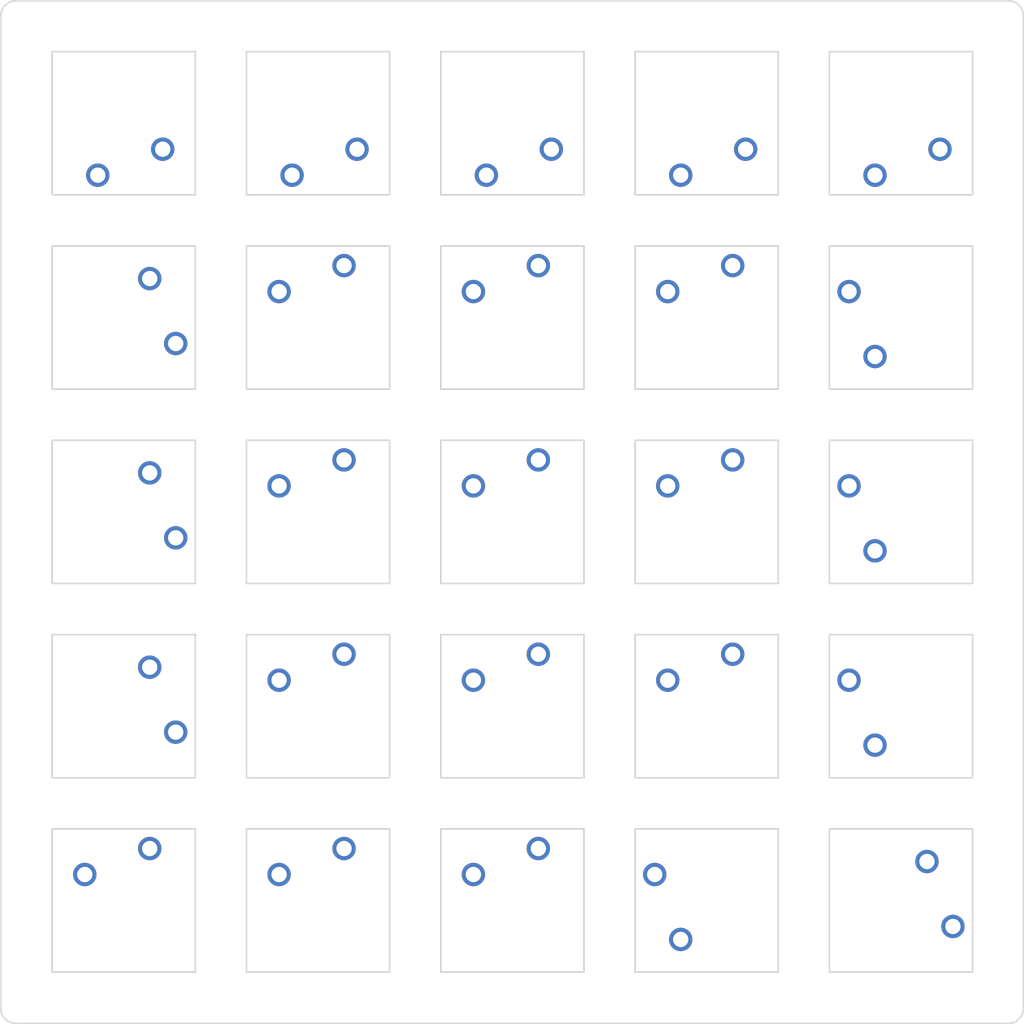
<source format=kicad_pcb>
(kicad_pcb (version 20171130) (host pcbnew 5.1.6)
  (title_block (title ortho-top-plate) (rev v1.0.0) (company Unknown))
  (layers (0 F.Cu signal) (31 B.Cu signal) (34 B.Paste user) (35 F.Paste user) (36 B.SilkS user) (37 F.SilkS user) (38 B.Mask user) (39 F.Mask user) (44 Edge.Cuts user))
  (net 0 "")
  (net 1 "GND")
  (net 2 "m_c1_r1")
  (net 3 "m_c1_r2")
  (net 4 "m_c1_r3")
  (net 5 "m_c1_r4")
  (net 6 "m_c1_r5")
  (net 7 "m_c2_r1")
  (net 8 "m_c2_r2")
  (net 9 "m_c2_r3")
  (net 10 "m_c2_r4")
  (net 11 "m_c2_r5")
  (net 12 "m_c3_r1")
  (net 13 "m_c3_r2")
  (net 14 "m_c3_r3")
  (net 15 "m_c3_r4")
  (net 16 "m_c3_r5")
  (net 17 "m_c4_r1")
  (net 18 "m_c4_r2")
  (net 19 "m_c4_r3")
  (net 20 "m_c4_r4")
  (net 21 "m_c4_r5")
  (net 22 "m_c5_r1")
  (net 23 "m_c5_r2")
  (net 24 "m_c5_r3")
  (net 25 "m_c5_r4")
  (net 26 "m_c5_r5")
  (module MX (layer F.Cu) (at 12.025 -12.025 0)
    (fp_text reference "S1" hide)
    (fp_text value "" hide)
    (pad "" np_thru_hole circle (at 0 0) (size 3.9878 3.9878) (drill 3.9878) (layers *.Cu *.Mask))
    (pad "" np_thru_hole circle (at 5.08 0) (size 1.7018 1.7018) (drill 1.7018) (layers *.Cu *.Mask))
    (pad "" np_thru_hole circle (at -5.08 0) (size 1.7018 1.7018) (drill 1.7018) (layers *.Cu *.Mask))
    (pad 1 thru_hole circle (at 2.54 -5.08) (size 2.286 2.286) (drill 1.4986) (layers *.Cu *.Mask) (net 1 "GND"))
    (pad 2 thru_hole circle (at -3.81 -2.54) (size 2.286 2.286) (drill 1.4986) (layers *.Cu *.Mask) (net 2 "m_c1_r1"))
  )
  (module MX (layer F.Cu) (at 12.025 -31.025 -90)
    (fp_text reference "S2" hide)
    (fp_text value "" hide)
    (pad "" np_thru_hole circle (at 0 0) (size 3.9878 3.9878) (drill 3.9878) (layers *.Cu *.Mask))
    (pad "" np_thru_hole circle (at 5.08 0) (size 1.7018 1.7018) (drill 1.7018) (layers *.Cu *.Mask))
    (pad "" np_thru_hole circle (at -5.08 0) (size 1.7018 1.7018) (drill 1.7018) (layers *.Cu *.Mask))
    (pad 1 thru_hole circle (at 2.54 -5.08) (size 2.286 2.286) (drill 1.4986) (layers *.Cu *.Mask) (net 1 "GND"))
    (pad 2 thru_hole circle (at -3.81 -2.54) (size 2.286 2.286) (drill 1.4986) (layers *.Cu *.Mask) (net 3 "m_c1_r2"))
  )
  (module MX (layer F.Cu) (at 12.025 -50.025 -90)
    (fp_text reference "S3" hide)
    (fp_text value "" hide)
    (pad "" np_thru_hole circle (at 0 0) (size 3.9878 3.9878) (drill 3.9878) (layers *.Cu *.Mask))
    (pad "" np_thru_hole circle (at 5.08 0) (size 1.7018 1.7018) (drill 1.7018) (layers *.Cu *.Mask))
    (pad "" np_thru_hole circle (at -5.08 0) (size 1.7018 1.7018) (drill 1.7018) (layers *.Cu *.Mask))
    (pad 1 thru_hole circle (at 2.54 -5.08) (size 2.286 2.286) (drill 1.4986) (layers *.Cu *.Mask) (net 1 "GND"))
    (pad 2 thru_hole circle (at -3.81 -2.54) (size 2.286 2.286) (drill 1.4986) (layers *.Cu *.Mask) (net 4 "m_c1_r3"))
  )
  (module MX (layer F.Cu) (at 12.025 -69.025 -90)
    (fp_text reference "S4" hide)
    (fp_text value "" hide)
    (pad "" np_thru_hole circle (at 0 0) (size 3.9878 3.9878) (drill 3.9878) (layers *.Cu *.Mask))
    (pad "" np_thru_hole circle (at 5.08 0) (size 1.7018 1.7018) (drill 1.7018) (layers *.Cu *.Mask))
    (pad "" np_thru_hole circle (at -5.08 0) (size 1.7018 1.7018) (drill 1.7018) (layers *.Cu *.Mask))
    (pad 1 thru_hole circle (at 2.54 -5.08) (size 2.286 2.286) (drill 1.4986) (layers *.Cu *.Mask) (net 1 "GND"))
    (pad 2 thru_hole circle (at -3.81 -2.54) (size 2.286 2.286) (drill 1.4986) (layers *.Cu *.Mask) (net 5 "m_c1_r4"))
  )
  (module MX (layer F.Cu) (at 12.025 -88.025 180)
    (fp_text reference "S5" hide)
    (fp_text value "" hide)
    (pad "" np_thru_hole circle (at 0 0) (size 3.9878 3.9878) (drill 3.9878) (layers *.Cu *.Mask))
    (pad "" np_thru_hole circle (at 5.08 0) (size 1.7018 1.7018) (drill 1.7018) (layers *.Cu *.Mask))
    (pad "" np_thru_hole circle (at -5.08 0) (size 1.7018 1.7018) (drill 1.7018) (layers *.Cu *.Mask))
    (pad 1 thru_hole circle (at 2.54 -5.08) (size 2.286 2.286) (drill 1.4986) (layers *.Cu *.Mask) (net 1 "GND"))
    (pad 2 thru_hole circle (at -3.81 -2.54) (size 2.286 2.286) (drill 1.4986) (layers *.Cu *.Mask) (net 6 "m_c1_r5"))
  )
  (module MX (layer F.Cu) (at 31.025 -12.025 0)
    (fp_text reference "S6" hide)
    (fp_text value "" hide)
    (pad "" np_thru_hole circle (at 0 0) (size 3.9878 3.9878) (drill 3.9878) (layers *.Cu *.Mask))
    (pad "" np_thru_hole circle (at 5.08 0) (size 1.7018 1.7018) (drill 1.7018) (layers *.Cu *.Mask))
    (pad "" np_thru_hole circle (at -5.08 0) (size 1.7018 1.7018) (drill 1.7018) (layers *.Cu *.Mask))
    (pad 1 thru_hole circle (at 2.54 -5.08) (size 2.286 2.286) (drill 1.4986) (layers *.Cu *.Mask) (net 1 "GND"))
    (pad 2 thru_hole circle (at -3.81 -2.54) (size 2.286 2.286) (drill 1.4986) (layers *.Cu *.Mask) (net 7 "m_c2_r1"))
  )
  (module MX (layer F.Cu) (at 31.025 -31.025 0)
    (fp_text reference "S7" hide)
    (fp_text value "" hide)
    (pad "" np_thru_hole circle (at 0 0) (size 3.9878 3.9878) (drill 3.9878) (layers *.Cu *.Mask))
    (pad "" np_thru_hole circle (at 5.08 0) (size 1.7018 1.7018) (drill 1.7018) (layers *.Cu *.Mask))
    (pad "" np_thru_hole circle (at -5.08 0) (size 1.7018 1.7018) (drill 1.7018) (layers *.Cu *.Mask))
    (pad 1 thru_hole circle (at 2.54 -5.08) (size 2.286 2.286) (drill 1.4986) (layers *.Cu *.Mask) (net 1 "GND"))
    (pad 2 thru_hole circle (at -3.81 -2.54) (size 2.286 2.286) (drill 1.4986) (layers *.Cu *.Mask) (net 8 "m_c2_r2"))
  )
  (module MX (layer F.Cu) (at 31.025 -50.025 0)
    (fp_text reference "S8" hide)
    (fp_text value "" hide)
    (pad "" np_thru_hole circle (at 0 0) (size 3.9878 3.9878) (drill 3.9878) (layers *.Cu *.Mask))
    (pad "" np_thru_hole circle (at 5.08 0) (size 1.7018 1.7018) (drill 1.7018) (layers *.Cu *.Mask))
    (pad "" np_thru_hole circle (at -5.08 0) (size 1.7018 1.7018) (drill 1.7018) (layers *.Cu *.Mask))
    (pad 1 thru_hole circle (at 2.54 -5.08) (size 2.286 2.286) (drill 1.4986) (layers *.Cu *.Mask) (net 1 "GND"))
    (pad 2 thru_hole circle (at -3.81 -2.54) (size 2.286 2.286) (drill 1.4986) (layers *.Cu *.Mask) (net 9 "m_c2_r3"))
  )
  (module MX (layer F.Cu) (at 31.025 -69.025 0)
    (fp_text reference "S9" hide)
    (fp_text value "" hide)
    (pad "" np_thru_hole circle (at 0 0) (size 3.9878 3.9878) (drill 3.9878) (layers *.Cu *.Mask))
    (pad "" np_thru_hole circle (at 5.08 0) (size 1.7018 1.7018) (drill 1.7018) (layers *.Cu *.Mask))
    (pad "" np_thru_hole circle (at -5.08 0) (size 1.7018 1.7018) (drill 1.7018) (layers *.Cu *.Mask))
    (pad 1 thru_hole circle (at 2.54 -5.08) (size 2.286 2.286) (drill 1.4986) (layers *.Cu *.Mask) (net 1 "GND"))
    (pad 2 thru_hole circle (at -3.81 -2.54) (size 2.286 2.286) (drill 1.4986) (layers *.Cu *.Mask) (net 10 "m_c2_r4"))
  )
  (module MX (layer F.Cu) (at 31.025 -88.025 180)
    (fp_text reference "S10" hide)
    (fp_text value "" hide)
    (pad "" np_thru_hole circle (at 0 0) (size 3.9878 3.9878) (drill 3.9878) (layers *.Cu *.Mask))
    (pad "" np_thru_hole circle (at 5.08 0) (size 1.7018 1.7018) (drill 1.7018) (layers *.Cu *.Mask))
    (pad "" np_thru_hole circle (at -5.08 0) (size 1.7018 1.7018) (drill 1.7018) (layers *.Cu *.Mask))
    (pad 1 thru_hole circle (at 2.54 -5.08) (size 2.286 2.286) (drill 1.4986) (layers *.Cu *.Mask) (net 1 "GND"))
    (pad 2 thru_hole circle (at -3.81 -2.54) (size 2.286 2.286) (drill 1.4986) (layers *.Cu *.Mask) (net 11 "m_c2_r5"))
  )
  (module MX (layer F.Cu) (at 50.025 -12.025 0)
    (fp_text reference "S11" hide)
    (fp_text value "" hide)
    (pad "" np_thru_hole circle (at 0 0) (size 3.9878 3.9878) (drill 3.9878) (layers *.Cu *.Mask))
    (pad "" np_thru_hole circle (at 5.08 0) (size 1.7018 1.7018) (drill 1.7018) (layers *.Cu *.Mask))
    (pad "" np_thru_hole circle (at -5.08 0) (size 1.7018 1.7018) (drill 1.7018) (layers *.Cu *.Mask))
    (pad 1 thru_hole circle (at 2.54 -5.08) (size 2.286 2.286) (drill 1.4986) (layers *.Cu *.Mask) (net 1 "GND"))
    (pad 2 thru_hole circle (at -3.81 -2.54) (size 2.286 2.286) (drill 1.4986) (layers *.Cu *.Mask) (net 12 "m_c3_r1"))
  )
  (module MX (layer F.Cu) (at 50.025 -31.025 0)
    (fp_text reference "S12" hide)
    (fp_text value "" hide)
    (pad "" np_thru_hole circle (at 0 0) (size 3.9878 3.9878) (drill 3.9878) (layers *.Cu *.Mask))
    (pad "" np_thru_hole circle (at 5.08 0) (size 1.7018 1.7018) (drill 1.7018) (layers *.Cu *.Mask))
    (pad "" np_thru_hole circle (at -5.08 0) (size 1.7018 1.7018) (drill 1.7018) (layers *.Cu *.Mask))
    (pad 1 thru_hole circle (at 2.54 -5.08) (size 2.286 2.286) (drill 1.4986) (layers *.Cu *.Mask) (net 1 "GND"))
    (pad 2 thru_hole circle (at -3.81 -2.54) (size 2.286 2.286) (drill 1.4986) (layers *.Cu *.Mask) (net 13 "m_c3_r2"))
  )
  (module MX (layer F.Cu) (at 50.025 -50.025 0)
    (fp_text reference "S13" hide)
    (fp_text value "" hide)
    (pad "" np_thru_hole circle (at 0 0) (size 3.9878 3.9878) (drill 3.9878) (layers *.Cu *.Mask))
    (pad "" np_thru_hole circle (at 5.08 0) (size 1.7018 1.7018) (drill 1.7018) (layers *.Cu *.Mask))
    (pad "" np_thru_hole circle (at -5.08 0) (size 1.7018 1.7018) (drill 1.7018) (layers *.Cu *.Mask))
    (pad 1 thru_hole circle (at 2.54 -5.08) (size 2.286 2.286) (drill 1.4986) (layers *.Cu *.Mask) (net 1 "GND"))
    (pad 2 thru_hole circle (at -3.81 -2.54) (size 2.286 2.286) (drill 1.4986) (layers *.Cu *.Mask) (net 14 "m_c3_r3"))
  )
  (module MX (layer F.Cu) (at 50.025 -69.025 0)
    (fp_text reference "S14" hide)
    (fp_text value "" hide)
    (pad "" np_thru_hole circle (at 0 0) (size 3.9878 3.9878) (drill 3.9878) (layers *.Cu *.Mask))
    (pad "" np_thru_hole circle (at 5.08 0) (size 1.7018 1.7018) (drill 1.7018) (layers *.Cu *.Mask))
    (pad "" np_thru_hole circle (at -5.08 0) (size 1.7018 1.7018) (drill 1.7018) (layers *.Cu *.Mask))
    (pad 1 thru_hole circle (at 2.54 -5.08) (size 2.286 2.286) (drill 1.4986) (layers *.Cu *.Mask) (net 1 "GND"))
    (pad 2 thru_hole circle (at -3.81 -2.54) (size 2.286 2.286) (drill 1.4986) (layers *.Cu *.Mask) (net 15 "m_c3_r4"))
  )
  (module MX (layer F.Cu) (at 50.025 -88.025 180)
    (fp_text reference "S15" hide)
    (fp_text value "" hide)
    (pad "" np_thru_hole circle (at 0 0) (size 3.9878 3.9878) (drill 3.9878) (layers *.Cu *.Mask))
    (pad "" np_thru_hole circle (at 5.08 0) (size 1.7018 1.7018) (drill 1.7018) (layers *.Cu *.Mask))
    (pad "" np_thru_hole circle (at -5.08 0) (size 1.7018 1.7018) (drill 1.7018) (layers *.Cu *.Mask))
    (pad 1 thru_hole circle (at 2.54 -5.08) (size 2.286 2.286) (drill 1.4986) (layers *.Cu *.Mask) (net 1 "GND"))
    (pad 2 thru_hole circle (at -3.81 -2.54) (size 2.286 2.286) (drill 1.4986) (layers *.Cu *.Mask) (net 16 "m_c3_r5"))
  )
  (module MX (layer F.Cu) (at 69.025 -12.025 90)
    (fp_text reference "S16" hide)
    (fp_text value "" hide)
    (pad "" np_thru_hole circle (at 0 0) (size 3.9878 3.9878) (drill 3.9878) (layers *.Cu *.Mask))
    (pad "" np_thru_hole circle (at 5.08 0) (size 1.7018 1.7018) (drill 1.7018) (layers *.Cu *.Mask))
    (pad "" np_thru_hole circle (at -5.08 0) (size 1.7018 1.7018) (drill 1.7018) (layers *.Cu *.Mask))
    (pad 1 thru_hole circle (at 2.54 -5.08) (size 2.286 2.286) (drill 1.4986) (layers *.Cu *.Mask) (net 1 "GND"))
    (pad 2 thru_hole circle (at -3.81 -2.54) (size 2.286 2.286) (drill 1.4986) (layers *.Cu *.Mask) (net 17 "m_c4_r1"))
  )
  (module MX (layer F.Cu) (at 69.025 -31.025 0)
    (fp_text reference "S17" hide)
    (fp_text value "" hide)
    (pad "" np_thru_hole circle (at 0 0) (size 3.9878 3.9878) (drill 3.9878) (layers *.Cu *.Mask))
    (pad "" np_thru_hole circle (at 5.08 0) (size 1.7018 1.7018) (drill 1.7018) (layers *.Cu *.Mask))
    (pad "" np_thru_hole circle (at -5.08 0) (size 1.7018 1.7018) (drill 1.7018) (layers *.Cu *.Mask))
    (pad 1 thru_hole circle (at 2.54 -5.08) (size 2.286 2.286) (drill 1.4986) (layers *.Cu *.Mask) (net 1 "GND"))
    (pad 2 thru_hole circle (at -3.81 -2.54) (size 2.286 2.286) (drill 1.4986) (layers *.Cu *.Mask) (net 18 "m_c4_r2"))
  )
  (module MX (layer F.Cu) (at 69.025 -50.025 0)
    (fp_text reference "S18" hide)
    (fp_text value "" hide)
    (pad "" np_thru_hole circle (at 0 0) (size 3.9878 3.9878) (drill 3.9878) (layers *.Cu *.Mask))
    (pad "" np_thru_hole circle (at 5.08 0) (size 1.7018 1.7018) (drill 1.7018) (layers *.Cu *.Mask))
    (pad "" np_thru_hole circle (at -5.08 0) (size 1.7018 1.7018) (drill 1.7018) (layers *.Cu *.Mask))
    (pad 1 thru_hole circle (at 2.54 -5.08) (size 2.286 2.286) (drill 1.4986) (layers *.Cu *.Mask) (net 1 "GND"))
    (pad 2 thru_hole circle (at -3.81 -2.54) (size 2.286 2.286) (drill 1.4986) (layers *.Cu *.Mask) (net 19 "m_c4_r3"))
  )
  (module MX (layer F.Cu) (at 69.025 -69.025 0)
    (fp_text reference "S19" hide)
    (fp_text value "" hide)
    (pad "" np_thru_hole circle (at 0 0) (size 3.9878 3.9878) (drill 3.9878) (layers *.Cu *.Mask))
    (pad "" np_thru_hole circle (at 5.08 0) (size 1.7018 1.7018) (drill 1.7018) (layers *.Cu *.Mask))
    (pad "" np_thru_hole circle (at -5.08 0) (size 1.7018 1.7018) (drill 1.7018) (layers *.Cu *.Mask))
    (pad 1 thru_hole circle (at 2.54 -5.08) (size 2.286 2.286) (drill 1.4986) (layers *.Cu *.Mask) (net 1 "GND"))
    (pad 2 thru_hole circle (at -3.81 -2.54) (size 2.286 2.286) (drill 1.4986) (layers *.Cu *.Mask) (net 20 "m_c4_r4"))
  )
  (module MX (layer F.Cu) (at 69.025 -88.025 180)
    (fp_text reference "S20" hide)
    (fp_text value "" hide)
    (pad "" np_thru_hole circle (at 0 0) (size 3.9878 3.9878) (drill 3.9878) (layers *.Cu *.Mask))
    (pad "" np_thru_hole circle (at 5.08 0) (size 1.7018 1.7018) (drill 1.7018) (layers *.Cu *.Mask))
    (pad "" np_thru_hole circle (at -5.08 0) (size 1.7018 1.7018) (drill 1.7018) (layers *.Cu *.Mask))
    (pad 1 thru_hole circle (at 2.54 -5.08) (size 2.286 2.286) (drill 1.4986) (layers *.Cu *.Mask) (net 1 "GND"))
    (pad 2 thru_hole circle (at -3.81 -2.54) (size 2.286 2.286) (drill 1.4986) (layers *.Cu *.Mask) (net 21 "m_c4_r5"))
  )
  (module MX (layer F.Cu) (at 88.025 -12.025 -90)
    (fp_text reference "S21" hide)
    (fp_text value "" hide)
    (pad "" np_thru_hole circle (at 0 0) (size 3.9878 3.9878) (drill 3.9878) (layers *.Cu *.Mask))
    (pad "" np_thru_hole circle (at 5.08 0) (size 1.7018 1.7018) (drill 1.7018) (layers *.Cu *.Mask))
    (pad "" np_thru_hole circle (at -5.08 0) (size 1.7018 1.7018) (drill 1.7018) (layers *.Cu *.Mask))
    (pad 1 thru_hole circle (at 2.54 -5.08) (size 2.286 2.286) (drill 1.4986) (layers *.Cu *.Mask) (net 1 "GND"))
    (pad 2 thru_hole circle (at -3.81 -2.54) (size 2.286 2.286) (drill 1.4986) (layers *.Cu *.Mask) (net 22 "m_c5_r1"))
  )
  (module MX (layer F.Cu) (at 88.025 -31.025 90)
    (fp_text reference "S22" hide)
    (fp_text value "" hide)
    (pad "" np_thru_hole circle (at 0 0) (size 3.9878 3.9878) (drill 3.9878) (layers *.Cu *.Mask))
    (pad "" np_thru_hole circle (at 5.08 0) (size 1.7018 1.7018) (drill 1.7018) (layers *.Cu *.Mask))
    (pad "" np_thru_hole circle (at -5.08 0) (size 1.7018 1.7018) (drill 1.7018) (layers *.Cu *.Mask))
    (pad 1 thru_hole circle (at 2.54 -5.08) (size 2.286 2.286) (drill 1.4986) (layers *.Cu *.Mask) (net 1 "GND"))
    (pad 2 thru_hole circle (at -3.81 -2.54) (size 2.286 2.286) (drill 1.4986) (layers *.Cu *.Mask) (net 23 "m_c5_r2"))
  )
  (module MX (layer F.Cu) (at 88.025 -50.025 90)
    (fp_text reference "S23" hide)
    (fp_text value "" hide)
    (pad "" np_thru_hole circle (at 0 0) (size 3.9878 3.9878) (drill 3.9878) (layers *.Cu *.Mask))
    (pad "" np_thru_hole circle (at 5.08 0) (size 1.7018 1.7018) (drill 1.7018) (layers *.Cu *.Mask))
    (pad "" np_thru_hole circle (at -5.08 0) (size 1.7018 1.7018) (drill 1.7018) (layers *.Cu *.Mask))
    (pad 1 thru_hole circle (at 2.54 -5.08) (size 2.286 2.286) (drill 1.4986) (layers *.Cu *.Mask) (net 1 "GND"))
    (pad 2 thru_hole circle (at -3.81 -2.54) (size 2.286 2.286) (drill 1.4986) (layers *.Cu *.Mask) (net 24 "m_c5_r3"))
  )
  (module MX (layer F.Cu) (at 88.025 -69.025 90)
    (fp_text reference "S24" hide)
    (fp_text value "" hide)
    (pad "" np_thru_hole circle (at 0 0) (size 3.9878 3.9878) (drill 3.9878) (layers *.Cu *.Mask))
    (pad "" np_thru_hole circle (at 5.08 0) (size 1.7018 1.7018) (drill 1.7018) (layers *.Cu *.Mask))
    (pad "" np_thru_hole circle (at -5.08 0) (size 1.7018 1.7018) (drill 1.7018) (layers *.Cu *.Mask))
    (pad 1 thru_hole circle (at 2.54 -5.08) (size 2.286 2.286) (drill 1.4986) (layers *.Cu *.Mask) (net 1 "GND"))
    (pad 2 thru_hole circle (at -3.81 -2.54) (size 2.286 2.286) (drill 1.4986) (layers *.Cu *.Mask) (net 25 "m_c5_r4"))
  )
  (module MX (layer F.Cu) (at 88.025 -88.025 180)
    (fp_text reference "S25" hide)
    (fp_text value "" hide)
    (pad "" np_thru_hole circle (at 0 0) (size 3.9878 3.9878) (drill 3.9878) (layers *.Cu *.Mask))
    (pad "" np_thru_hole circle (at 5.08 0) (size 1.7018 1.7018) (drill 1.7018) (layers *.Cu *.Mask))
    (pad "" np_thru_hole circle (at -5.08 0) (size 1.7018 1.7018) (drill 1.7018) (layers *.Cu *.Mask))
    (pad 1 thru_hole circle (at 2.54 -5.08) (size 2.286 2.286) (drill 1.4986) (layers *.Cu *.Mask) (net 1 "GND"))
    (pad 2 thru_hole circle (at -3.81 -2.54) (size 2.286 2.286) (drill 1.4986) (layers *.Cu *.Mask) (net 26 "m_c5_r5"))
  )
  (footprint "MountingHole:MountingHole_2.2mm_M2" (layer "F.Cu") (at 2.5 -2.5 0)
    (pad "" np_thru_hole circle (at 0 0) (size 2.2 2.2) (drill 2.2) (layers *.Cu *.Mask))
  )
  (footprint "MountingHole:MountingHole_2.2mm_M2" (layer "F.Cu") (at 2.5 -97.5 0)
    (pad "" np_thru_hole circle (at 0 0) (size 2.2 2.2) (drill 2.2) (layers *.Cu *.Mask))
  )
  (footprint "MountingHole:MountingHole_2.2mm_M2" (layer "F.Cu") (at 97.5 -2.5 0)
    (pad "" np_thru_hole circle (at 0 0) (size 2.2 2.2) (drill 2.2) (layers *.Cu *.Mask))
  )
  (footprint "MountingHole:MountingHole_2.2mm_M2" (layer "F.Cu") (at 97.5 -97.5 0)
    (pad "" np_thru_hole circle (at 0 0) (size 2.2 2.2) (drill 2.2) (layers *.Cu *.Mask))
  )
  (gr_line (start 5.025 -5.025) (end 19.025 -5.025) (angle 90) (layer Edge.Cuts) (width 0.15))
  (gr_line (start 19.025 -5.025) (end 19.025 -19.025) (angle 90) (layer Edge.Cuts) (width 0.15))
  (gr_line (start 19.025 -19.025) (end 5.025 -19.025) (angle 90) (layer Edge.Cuts) (width 0.15))
  (gr_line (start 5.025 -19.025) (end 5.025 -5.025) (angle 90) (layer Edge.Cuts) (width 0.15))
  (gr_line (start 5.025 -38.025) (end 5.025 -24.025) (angle 90) (layer Edge.Cuts) (width 0.15))
  (gr_line (start 5.025 -24.025) (end 19.025 -24.025) (angle 90) (layer Edge.Cuts) (width 0.15))
  (gr_line (start 19.025 -24.025) (end 19.025 -38.025) (angle 90) (layer Edge.Cuts) (width 0.15))
  (gr_line (start 19.025 -38.025) (end 5.025 -38.025) (angle 90) (layer Edge.Cuts) (width 0.15))
  (gr_line (start 5.025 -57.025) (end 5.025 -43.025) (angle 90) (layer Edge.Cuts) (width 0.15))
  (gr_line (start 5.025 -43.025) (end 19.025 -43.025) (angle 90) (layer Edge.Cuts) (width 0.15))
  (gr_line (start 19.025 -43.025) (end 19.025 -57.025) (angle 90) (layer Edge.Cuts) (width 0.15))
  (gr_line (start 19.025 -57.025) (end 5.025 -57.025) (angle 90) (layer Edge.Cuts) (width 0.15))
  (gr_line (start 5.025 -76.025) (end 5.025 -62.025000000000006) (angle 90) (layer Edge.Cuts) (width 0.15))
  (gr_line (start 5.025 -62.025000000000006) (end 19.025 -62.025000000000006) (angle 90) (layer Edge.Cuts) (width 0.15))
  (gr_line (start 19.025 -62.025000000000006) (end 19.025 -76.025) (angle 90) (layer Edge.Cuts) (width 0.15))
  (gr_line (start 19.025 -76.025) (end 5.025 -76.025) (angle 90) (layer Edge.Cuts) (width 0.15))
  (gr_line (start 19.025 -95.025) (end 5.025 -95.025) (angle 90) (layer Edge.Cuts) (width 0.15))
  (gr_line (start 5.025 -95.025) (end 5.025 -81.025) (angle 90) (layer Edge.Cuts) (width 0.15))
  (gr_line (start 5.025 -81.025) (end 19.025 -81.025) (angle 90) (layer Edge.Cuts) (width 0.15))
  (gr_line (start 19.025 -81.025) (end 19.025 -95.025) (angle 90) (layer Edge.Cuts) (width 0.15))
  (gr_line (start 24.025 -5.025) (end 38.025 -5.025) (angle 90) (layer Edge.Cuts) (width 0.15))
  (gr_line (start 38.025 -5.025) (end 38.025 -19.025) (angle 90) (layer Edge.Cuts) (width 0.15))
  (gr_line (start 38.025 -19.025) (end 24.025 -19.025) (angle 90) (layer Edge.Cuts) (width 0.15))
  (gr_line (start 24.025 -19.025) (end 24.025 -5.025) (angle 90) (layer Edge.Cuts) (width 0.15))
  (gr_line (start 24.025 -24.025) (end 38.025 -24.025) (angle 90) (layer Edge.Cuts) (width 0.15))
  (gr_line (start 38.025 -24.025) (end 38.025 -38.025) (angle 90) (layer Edge.Cuts) (width 0.15))
  (gr_line (start 38.025 -38.025) (end 24.025 -38.025) (angle 90) (layer Edge.Cuts) (width 0.15))
  (gr_line (start 24.025 -38.025) (end 24.025 -24.025) (angle 90) (layer Edge.Cuts) (width 0.15))
  (gr_line (start 24.025 -43.025) (end 38.025 -43.025) (angle 90) (layer Edge.Cuts) (width 0.15))
  (gr_line (start 38.025 -43.025) (end 38.025 -57.025) (angle 90) (layer Edge.Cuts) (width 0.15))
  (gr_line (start 38.025 -57.025) (end 24.025 -57.025) (angle 90) (layer Edge.Cuts) (width 0.15))
  (gr_line (start 24.025 -57.025) (end 24.025 -43.025) (angle 90) (layer Edge.Cuts) (width 0.15))
  (gr_line (start 24.025 -62.025000000000006) (end 38.025 -62.025000000000006) (angle 90) (layer Edge.Cuts) (width 0.15))
  (gr_line (start 38.025 -62.025000000000006) (end 38.025 -76.025) (angle 90) (layer Edge.Cuts) (width 0.15))
  (gr_line (start 38.025 -76.025) (end 24.025 -76.025) (angle 90) (layer Edge.Cuts) (width 0.15))
  (gr_line (start 24.025 -76.025) (end 24.025 -62.025000000000006) (angle 90) (layer Edge.Cuts) (width 0.15))
  (gr_line (start 38.025 -95.025) (end 24.025 -95.025) (angle 90) (layer Edge.Cuts) (width 0.15))
  (gr_line (start 24.025 -95.025) (end 24.025 -81.025) (angle 90) (layer Edge.Cuts) (width 0.15))
  (gr_line (start 24.025 -81.025) (end 38.025 -81.025) (angle 90) (layer Edge.Cuts) (width 0.15))
  (gr_line (start 38.025 -81.025) (end 38.025 -95.025) (angle 90) (layer Edge.Cuts) (width 0.15))
  (gr_line (start 43.025 -5.025) (end 57.025 -5.025) (angle 90) (layer Edge.Cuts) (width 0.15))
  (gr_line (start 57.025 -5.025) (end 57.025 -19.025) (angle 90) (layer Edge.Cuts) (width 0.15))
  (gr_line (start 57.025 -19.025) (end 43.025 -19.025) (angle 90) (layer Edge.Cuts) (width 0.15))
  (gr_line (start 43.025 -19.025) (end 43.025 -5.025) (angle 90) (layer Edge.Cuts) (width 0.15))
  (gr_line (start 43.025 -24.025) (end 57.025 -24.025) (angle 90) (layer Edge.Cuts) (width 0.15))
  (gr_line (start 57.025 -24.025) (end 57.025 -38.025) (angle 90) (layer Edge.Cuts) (width 0.15))
  (gr_line (start 57.025 -38.025) (end 43.025 -38.025) (angle 90) (layer Edge.Cuts) (width 0.15))
  (gr_line (start 43.025 -38.025) (end 43.025 -24.025) (angle 90) (layer Edge.Cuts) (width 0.15))
  (gr_line (start 43.025 -43.025) (end 57.025 -43.025) (angle 90) (layer Edge.Cuts) (width 0.15))
  (gr_line (start 57.025 -43.025) (end 57.025 -57.025) (angle 90) (layer Edge.Cuts) (width 0.15))
  (gr_line (start 57.025 -57.025) (end 43.025 -57.025) (angle 90) (layer Edge.Cuts) (width 0.15))
  (gr_line (start 43.025 -57.025) (end 43.025 -43.025) (angle 90) (layer Edge.Cuts) (width 0.15))
  (gr_line (start 43.025 -62.025000000000006) (end 57.025 -62.025000000000006) (angle 90) (layer Edge.Cuts) (width 0.15))
  (gr_line (start 57.025 -62.025000000000006) (end 57.025 -76.025) (angle 90) (layer Edge.Cuts) (width 0.15))
  (gr_line (start 57.025 -76.025) (end 43.025 -76.025) (angle 90) (layer Edge.Cuts) (width 0.15))
  (gr_line (start 43.025 -76.025) (end 43.025 -62.025000000000006) (angle 90) (layer Edge.Cuts) (width 0.15))
  (gr_line (start 57.025 -95.025) (end 43.025 -95.025) (angle 90) (layer Edge.Cuts) (width 0.15))
  (gr_line (start 43.025 -95.025) (end 43.025 -81.025) (angle 90) (layer Edge.Cuts) (width 0.15))
  (gr_line (start 43.025 -81.025) (end 57.025 -81.025) (angle 90) (layer Edge.Cuts) (width 0.15))
  (gr_line (start 57.025 -81.025) (end 57.025 -95.025) (angle 90) (layer Edge.Cuts) (width 0.15))
  (gr_line (start 76.025 -5.025) (end 76.025 -19.025) (angle 90) (layer Edge.Cuts) (width 0.15))
  (gr_line (start 76.025 -19.025) (end 62.025000000000006 -19.025) (angle 90) (layer Edge.Cuts) (width 0.15))
  (gr_line (start 62.025000000000006 -19.025) (end 62.025000000000006 -5.025) (angle 90) (layer Edge.Cuts) (width 0.15))
  (gr_line (start 62.025000000000006 -5.025) (end 76.025 -5.025) (angle 90) (layer Edge.Cuts) (width 0.15))
  (gr_line (start 62.025000000000006 -24.025) (end 76.025 -24.025) (angle 90) (layer Edge.Cuts) (width 0.15))
  (gr_line (start 76.025 -24.025) (end 76.025 -38.025) (angle 90) (layer Edge.Cuts) (width 0.15))
  (gr_line (start 76.025 -38.025) (end 62.025000000000006 -38.025) (angle 90) (layer Edge.Cuts) (width 0.15))
  (gr_line (start 62.025000000000006 -38.025) (end 62.025000000000006 -24.025) (angle 90) (layer Edge.Cuts) (width 0.15))
  (gr_line (start 62.025000000000006 -43.025) (end 76.025 -43.025) (angle 90) (layer Edge.Cuts) (width 0.15))
  (gr_line (start 76.025 -43.025) (end 76.025 -57.025) (angle 90) (layer Edge.Cuts) (width 0.15))
  (gr_line (start 76.025 -57.025) (end 62.025000000000006 -57.025) (angle 90) (layer Edge.Cuts) (width 0.15))
  (gr_line (start 62.025000000000006 -57.025) (end 62.025000000000006 -43.025) (angle 90) (layer Edge.Cuts) (width 0.15))
  (gr_line (start 62.025000000000006 -62.025000000000006) (end 76.025 -62.025000000000006) (angle 90) (layer Edge.Cuts) (width 0.15))
  (gr_line (start 76.025 -62.025000000000006) (end 76.025 -76.025) (angle 90) (layer Edge.Cuts) (width 0.15))
  (gr_line (start 76.025 -76.025) (end 62.025000000000006 -76.025) (angle 90) (layer Edge.Cuts) (width 0.15))
  (gr_line (start 62.025000000000006 -76.025) (end 62.025000000000006 -62.025000000000006) (angle 90) (layer Edge.Cuts) (width 0.15))
  (gr_line (start 76.025 -95.025) (end 62.025000000000006 -95.025) (angle 90) (layer Edge.Cuts) (width 0.15))
  (gr_line (start 62.025000000000006 -95.025) (end 62.025000000000006 -81.025) (angle 90) (layer Edge.Cuts) (width 0.15))
  (gr_line (start 62.025000000000006 -81.025) (end 76.025 -81.025) (angle 90) (layer Edge.Cuts) (width 0.15))
  (gr_line (start 76.025 -81.025) (end 76.025 -95.025) (angle 90) (layer Edge.Cuts) (width 0.15))
  (gr_line (start 81.025 -19.025) (end 81.025 -5.025) (angle 90) (layer Edge.Cuts) (width 0.15))
  (gr_line (start 81.025 -5.025) (end 95.025 -5.025) (angle 90) (layer Edge.Cuts) (width 0.15))
  (gr_line (start 95.025 -5.025) (end 95.025 -19.025) (angle 90) (layer Edge.Cuts) (width 0.15))
  (gr_line (start 95.025 -19.025) (end 81.025 -19.025) (angle 90) (layer Edge.Cuts) (width 0.15))
  (gr_line (start 95.025 -24.025) (end 95.025 -38.025) (angle 90) (layer Edge.Cuts) (width 0.15))
  (gr_line (start 95.025 -38.025) (end 81.025 -38.025) (angle 90) (layer Edge.Cuts) (width 0.15))
  (gr_line (start 81.025 -38.025) (end 81.025 -24.025) (angle 90) (layer Edge.Cuts) (width 0.15))
  (gr_line (start 81.025 -24.025) (end 95.025 -24.025) (angle 90) (layer Edge.Cuts) (width 0.15))
  (gr_line (start 95.025 -43.025) (end 95.025 -57.025) (angle 90) (layer Edge.Cuts) (width 0.15))
  (gr_line (start 95.025 -57.025) (end 81.025 -57.025) (angle 90) (layer Edge.Cuts) (width 0.15))
  (gr_line (start 81.025 -57.025) (end 81.025 -43.025) (angle 90) (layer Edge.Cuts) (width 0.15))
  (gr_line (start 81.025 -43.025) (end 95.025 -43.025) (angle 90) (layer Edge.Cuts) (width 0.15))
  (gr_line (start 95.025 -62.025000000000006) (end 95.025 -76.025) (angle 90) (layer Edge.Cuts) (width 0.15))
  (gr_line (start 95.025 -76.025) (end 81.025 -76.025) (angle 90) (layer Edge.Cuts) (width 0.15))
  (gr_line (start 81.025 -76.025) (end 81.025 -62.025000000000006) (angle 90) (layer Edge.Cuts) (width 0.15))
  (gr_line (start 81.025 -62.025000000000006) (end 95.025 -62.025000000000006) (angle 90) (layer Edge.Cuts) (width 0.15))
  (gr_line (start 95.025 -95.025) (end 81.025 -95.025) (angle 90) (layer Edge.Cuts) (width 0.15))
  (gr_line (start 81.025 -95.025) (end 81.025 -81.025) (angle 90) (layer Edge.Cuts) (width 0.15))
  (gr_line (start 81.025 -81.025) (end 95.025 -81.025) (angle 90) (layer Edge.Cuts) (width 0.15))
  (gr_line (start 95.025 -81.025) (end 95.025 -95.025) (angle 90) (layer Edge.Cuts) (width 0.15))
  (gr_line (start 1.5 0) (end 98.5 0) (angle 90) (layer Edge.Cuts) (width 0.15))
  (gr_arc (start 98.5 -1.5) (end 98.5 0) (angle -90) (layer Edge.Cuts) (width 0.15))
  (gr_line (start 100 -1.5) (end 100 -98.5) (angle 90) (layer Edge.Cuts) (width 0.15))
  (gr_arc (start 98.5 -98.5) (end 100 -98.5) (angle -90) (layer Edge.Cuts) (width 0.15))
  (gr_line (start 98.5 -100) (end 1.5 -100) (angle 90) (layer Edge.Cuts) (width 0.15))
  (gr_arc (start 1.5 -98.5) (end 1.5 -100) (angle -90) (layer Edge.Cuts) (width 0.15))
  (gr_line (start 0 -98.5) (end 0 -1.5) (angle 90) (layer Edge.Cuts) (width 0.15))
  (gr_arc (start 1.5 -1.5) (end 0 -1.5) (angle -90) (layer Edge.Cuts) (width 0.15))
)
</source>
